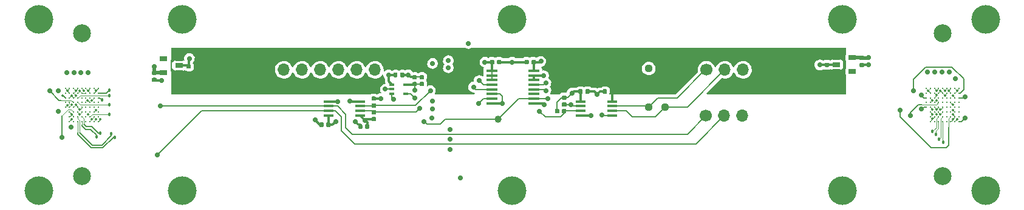
<source format=gbr>
G04 #@! TF.GenerationSoftware,KiCad,Pcbnew,5.99.0-unknown-3cd1208~100~ubuntu18.04.1*
G04 #@! TF.CreationDate,2019-09-26T13:34:41+08:00*
G04 #@! TF.ProjectId,external_camera,65787465-726e-4616-9c5f-63616d657261,rev?*
G04 #@! TF.SameCoordinates,Original*
G04 #@! TF.FileFunction,Copper,L1,Top*
G04 #@! TF.FilePolarity,Positive*
%FSLAX46Y46*%
G04 Gerber Fmt 4.6, Leading zero omitted, Abs format (unit mm)*
G04 Created by KiCad (PCBNEW 5.99.0-unknown-3cd1208~100~ubuntu18.04.1) date 2019-09-26 13:34:41*
%MOMM*%
%LPD*%
G04 APERTURE LIST*
%ADD10O,1.700000X1.700000*%
%ADD11C,1.700000*%
%ADD12R,1.450000X0.450000*%
%ADD13C,0.100000*%
%ADD14C,0.590000*%
%ADD15C,1.120000*%
%ADD16C,1.000000*%
%ADD17R,1.700000X1.700000*%
%ADD18R,1.500000X0.450000*%
%ADD19R,1.060000X0.650000*%
%ADD20R,0.650000X0.400000*%
%ADD21C,0.250000*%
%ADD22C,2.500000*%
%ADD23C,0.711200*%
%ADD24C,0.355600*%
%ADD25C,0.457200*%
%ADD26C,4.000000*%
%ADD27C,0.203200*%
%ADD28C,0.304800*%
%ADD29C,0.101600*%
%ADD30C,0.152400*%
%ADD31C,0.177800*%
%ADD32C,0.508000*%
G04 APERTURE END LIST*
D10*
X137160000Y-85090000D03*
X134620000Y-85090000D03*
D11*
X132080000Y-85090000D03*
D12*
X118940000Y-89505000D03*
X118940000Y-90155000D03*
X118940000Y-90805000D03*
X118940000Y-91455000D03*
X114540000Y-91455000D03*
X114540000Y-90805000D03*
X114540000Y-90155000D03*
X114540000Y-89505000D03*
D13*
G36*
X112478946Y-89651228D02*
G01*
X112526798Y-89683202D01*
X112558772Y-89731054D01*
X112570000Y-89787500D01*
X112570000Y-90082500D01*
X112558772Y-90138946D01*
X112526798Y-90186798D01*
X112478946Y-90218772D01*
X112422500Y-90230000D01*
X112077500Y-90230000D01*
X112021054Y-90218772D01*
X111973202Y-90186798D01*
X111941228Y-90138946D01*
X111930000Y-90082500D01*
X111930000Y-89787500D01*
X111941228Y-89731054D01*
X111973202Y-89683202D01*
X112021054Y-89651228D01*
X112077500Y-89640000D01*
X112422500Y-89640000D01*
X112478946Y-89651228D01*
X112478946Y-89651228D01*
G37*
D14*
X112250000Y-89935000D03*
D13*
G36*
X112478946Y-88681228D02*
G01*
X112526798Y-88713202D01*
X112558772Y-88761054D01*
X112570000Y-88817500D01*
X112570000Y-89112500D01*
X112558772Y-89168946D01*
X112526798Y-89216798D01*
X112478946Y-89248772D01*
X112422500Y-89260000D01*
X112077500Y-89260000D01*
X112021054Y-89248772D01*
X111973202Y-89216798D01*
X111941228Y-89168946D01*
X111930000Y-89112500D01*
X111930000Y-88817500D01*
X111941228Y-88761054D01*
X111973202Y-88713202D01*
X112021054Y-88681228D01*
X112077500Y-88670000D01*
X112422500Y-88670000D01*
X112478946Y-88681228D01*
X112478946Y-88681228D01*
G37*
D14*
X112250000Y-88965000D03*
D13*
G36*
X112438946Y-90541228D02*
G01*
X112486798Y-90573202D01*
X112518772Y-90621054D01*
X112530000Y-90677500D01*
X112530000Y-91022500D01*
X112518772Y-91078946D01*
X112486798Y-91126798D01*
X112438946Y-91158772D01*
X112382500Y-91170000D01*
X112087500Y-91170000D01*
X112031054Y-91158772D01*
X111983202Y-91126798D01*
X111951228Y-91078946D01*
X111940000Y-91022500D01*
X111940000Y-90677500D01*
X111951228Y-90621054D01*
X111983202Y-90573202D01*
X112031054Y-90541228D01*
X112087500Y-90530000D01*
X112382500Y-90530000D01*
X112438946Y-90541228D01*
X112438946Y-90541228D01*
G37*
D14*
X112235000Y-90850000D03*
D13*
G36*
X111468946Y-90541228D02*
G01*
X111516798Y-90573202D01*
X111548772Y-90621054D01*
X111560000Y-90677500D01*
X111560000Y-91022500D01*
X111548772Y-91078946D01*
X111516798Y-91126798D01*
X111468946Y-91158772D01*
X111412500Y-91170000D01*
X111117500Y-91170000D01*
X111061054Y-91158772D01*
X111013202Y-91126798D01*
X110981228Y-91078946D01*
X110970000Y-91022500D01*
X110970000Y-90677500D01*
X110981228Y-90621054D01*
X111013202Y-90573202D01*
X111061054Y-90541228D01*
X111117500Y-90530000D01*
X111412500Y-90530000D01*
X111468946Y-90541228D01*
X111468946Y-90541228D01*
G37*
D14*
X111265000Y-90850000D03*
D13*
G36*
X118118946Y-87791228D02*
G01*
X118166798Y-87823202D01*
X118198772Y-87871054D01*
X118210000Y-87927500D01*
X118210000Y-88272500D01*
X118198772Y-88328946D01*
X118166798Y-88376798D01*
X118118946Y-88408772D01*
X118062500Y-88420000D01*
X117767500Y-88420000D01*
X117711054Y-88408772D01*
X117663202Y-88376798D01*
X117631228Y-88328946D01*
X117620000Y-88272500D01*
X117620000Y-87927500D01*
X117631228Y-87871054D01*
X117663202Y-87823202D01*
X117711054Y-87791228D01*
X117767500Y-87780000D01*
X118062500Y-87780000D01*
X118118946Y-87791228D01*
X118118946Y-87791228D01*
G37*
D14*
X117915000Y-88100000D03*
D13*
G36*
X119088946Y-87791228D02*
G01*
X119136798Y-87823202D01*
X119168772Y-87871054D01*
X119180000Y-87927500D01*
X119180000Y-88272500D01*
X119168772Y-88328946D01*
X119136798Y-88376798D01*
X119088946Y-88408772D01*
X119032500Y-88420000D01*
X118737500Y-88420000D01*
X118681054Y-88408772D01*
X118633202Y-88376798D01*
X118601228Y-88328946D01*
X118590000Y-88272500D01*
X118590000Y-87927500D01*
X118601228Y-87871054D01*
X118633202Y-87823202D01*
X118681054Y-87791228D01*
X118737500Y-87780000D01*
X119032500Y-87780000D01*
X119088946Y-87791228D01*
X119088946Y-87791228D01*
G37*
D14*
X118885000Y-88100000D03*
D13*
G36*
X115688946Y-87791228D02*
G01*
X115736798Y-87823202D01*
X115768772Y-87871054D01*
X115780000Y-87927500D01*
X115780000Y-88272500D01*
X115768772Y-88328946D01*
X115736798Y-88376798D01*
X115688946Y-88408772D01*
X115632500Y-88420000D01*
X115337500Y-88420000D01*
X115281054Y-88408772D01*
X115233202Y-88376798D01*
X115201228Y-88328946D01*
X115190000Y-88272500D01*
X115190000Y-87927500D01*
X115201228Y-87871054D01*
X115233202Y-87823202D01*
X115281054Y-87791228D01*
X115337500Y-87780000D01*
X115632500Y-87780000D01*
X115688946Y-87791228D01*
X115688946Y-87791228D01*
G37*
D14*
X115485000Y-88100000D03*
D13*
G36*
X114718946Y-87791228D02*
G01*
X114766798Y-87823202D01*
X114798772Y-87871054D01*
X114810000Y-87927500D01*
X114810000Y-88272500D01*
X114798772Y-88328946D01*
X114766798Y-88376798D01*
X114718946Y-88408772D01*
X114662500Y-88420000D01*
X114367500Y-88420000D01*
X114311054Y-88408772D01*
X114263202Y-88376798D01*
X114231228Y-88328946D01*
X114220000Y-88272500D01*
X114220000Y-87927500D01*
X114231228Y-87871054D01*
X114263202Y-87823202D01*
X114311054Y-87791228D01*
X114367500Y-87780000D01*
X114662500Y-87780000D01*
X114718946Y-87791228D01*
X114718946Y-87791228D01*
G37*
D14*
X114515000Y-88100000D03*
D15*
X126267436Y-84902272D03*
X124032564Y-84902272D03*
X126267436Y-90297728D03*
X124032564Y-90297728D03*
D13*
G36*
X92628946Y-85831228D02*
G01*
X92676798Y-85863202D01*
X92708772Y-85911054D01*
X92720000Y-85967500D01*
X92720000Y-86262500D01*
X92708772Y-86318946D01*
X92676798Y-86366798D01*
X92628946Y-86398772D01*
X92572500Y-86410000D01*
X92227500Y-86410000D01*
X92171054Y-86398772D01*
X92123202Y-86366798D01*
X92091228Y-86318946D01*
X92080000Y-86262500D01*
X92080000Y-85967500D01*
X92091228Y-85911054D01*
X92123202Y-85863202D01*
X92171054Y-85831228D01*
X92227500Y-85820000D01*
X92572500Y-85820000D01*
X92628946Y-85831228D01*
X92628946Y-85831228D01*
G37*
D14*
X92400000Y-86115000D03*
D13*
G36*
X92628946Y-86801228D02*
G01*
X92676798Y-86833202D01*
X92708772Y-86881054D01*
X92720000Y-86937500D01*
X92720000Y-87232500D01*
X92708772Y-87288946D01*
X92676798Y-87336798D01*
X92628946Y-87368772D01*
X92572500Y-87380000D01*
X92227500Y-87380000D01*
X92171054Y-87368772D01*
X92123202Y-87336798D01*
X92091228Y-87288946D01*
X92080000Y-87232500D01*
X92080000Y-86937500D01*
X92091228Y-86881054D01*
X92123202Y-86833202D01*
X92171054Y-86801228D01*
X92227500Y-86790000D01*
X92572500Y-86790000D01*
X92628946Y-86801228D01*
X92628946Y-86801228D01*
G37*
D14*
X92400000Y-87085000D03*
D16*
X103000000Y-92000000D03*
D10*
X85852000Y-85090000D03*
X83312000Y-85090000D03*
X80772000Y-85090000D03*
X78232000Y-85090000D03*
X75692000Y-85090000D03*
X73152000Y-85090000D03*
D17*
X70612000Y-85090000D03*
D13*
G36*
X91628946Y-85831228D02*
G01*
X91676798Y-85863202D01*
X91708772Y-85911054D01*
X91720000Y-85967500D01*
X91720000Y-86262500D01*
X91708772Y-86318946D01*
X91676798Y-86366798D01*
X91628946Y-86398772D01*
X91572500Y-86410000D01*
X91227500Y-86410000D01*
X91171054Y-86398772D01*
X91123202Y-86366798D01*
X91091228Y-86318946D01*
X91080000Y-86262500D01*
X91080000Y-85967500D01*
X91091228Y-85911054D01*
X91123202Y-85863202D01*
X91171054Y-85831228D01*
X91227500Y-85820000D01*
X91572500Y-85820000D01*
X91628946Y-85831228D01*
X91628946Y-85831228D01*
G37*
D14*
X91400000Y-86115000D03*
D13*
G36*
X91628946Y-86801228D02*
G01*
X91676798Y-86833202D01*
X91708772Y-86881054D01*
X91720000Y-86937500D01*
X91720000Y-87232500D01*
X91708772Y-87288946D01*
X91676798Y-87336798D01*
X91628946Y-87368772D01*
X91572500Y-87380000D01*
X91227500Y-87380000D01*
X91171054Y-87368772D01*
X91123202Y-87336798D01*
X91091228Y-87288946D01*
X91080000Y-87232500D01*
X91080000Y-86937500D01*
X91091228Y-86881054D01*
X91123202Y-86833202D01*
X91171054Y-86801228D01*
X91227500Y-86790000D01*
X91572500Y-86790000D01*
X91628946Y-86801228D01*
X91628946Y-86801228D01*
G37*
D14*
X91400000Y-87085000D03*
D13*
G36*
X89888946Y-85491228D02*
G01*
X89936798Y-85523202D01*
X89968772Y-85571054D01*
X89980000Y-85627500D01*
X89980000Y-85972500D01*
X89968772Y-86028946D01*
X89936798Y-86076798D01*
X89888946Y-86108772D01*
X89832500Y-86120000D01*
X89537500Y-86120000D01*
X89481054Y-86108772D01*
X89433202Y-86076798D01*
X89401228Y-86028946D01*
X89390000Y-85972500D01*
X89390000Y-85627500D01*
X89401228Y-85571054D01*
X89433202Y-85523202D01*
X89481054Y-85491228D01*
X89537500Y-85480000D01*
X89832500Y-85480000D01*
X89888946Y-85491228D01*
X89888946Y-85491228D01*
G37*
D14*
X89685000Y-85800000D03*
D13*
G36*
X88918946Y-85491228D02*
G01*
X88966798Y-85523202D01*
X88998772Y-85571054D01*
X89010000Y-85627500D01*
X89010000Y-85972500D01*
X88998772Y-86028946D01*
X88966798Y-86076798D01*
X88918946Y-86108772D01*
X88862500Y-86120000D01*
X88567500Y-86120000D01*
X88511054Y-86108772D01*
X88463202Y-86076798D01*
X88431228Y-86028946D01*
X88420000Y-85972500D01*
X88420000Y-85627500D01*
X88431228Y-85571054D01*
X88463202Y-85523202D01*
X88511054Y-85491228D01*
X88567500Y-85480000D01*
X88862500Y-85480000D01*
X88918946Y-85491228D01*
X88918946Y-85491228D01*
G37*
D14*
X88715000Y-85800000D03*
D18*
X108050000Y-85225000D03*
X108050000Y-85875000D03*
X108050000Y-86525000D03*
X108050000Y-87175000D03*
X108050000Y-87825000D03*
X108050000Y-88475000D03*
X108050000Y-89125000D03*
X108050000Y-89775000D03*
X102150000Y-89775000D03*
X102150000Y-89125000D03*
X102150000Y-88475000D03*
X102150000Y-87825000D03*
X102150000Y-87175000D03*
X102150000Y-86525000D03*
X102150000Y-85875000D03*
X102150000Y-85225000D03*
D19*
X152400000Y-83400000D03*
X152400000Y-85300000D03*
X150200000Y-85300000D03*
X150200000Y-84350000D03*
X150200000Y-83400000D03*
X56400000Y-85450000D03*
X56400000Y-83550000D03*
X58600000Y-83550000D03*
X58600000Y-84500000D03*
X58600000Y-85450000D03*
D20*
X90150000Y-87150000D03*
X90150000Y-88450000D03*
X88250000Y-87800000D03*
X88250000Y-88450000D03*
X88250000Y-87150000D03*
D12*
X79400000Y-91475000D03*
X79400000Y-90825000D03*
X79400000Y-90175000D03*
X79400000Y-89525000D03*
X83800000Y-89525000D03*
X83800000Y-90175000D03*
X83800000Y-90825000D03*
X83800000Y-91475000D03*
D13*
G36*
X85928946Y-90731228D02*
G01*
X85976798Y-90763202D01*
X86008772Y-90811054D01*
X86020000Y-90867500D01*
X86020000Y-91162500D01*
X86008772Y-91218946D01*
X85976798Y-91266798D01*
X85928946Y-91298772D01*
X85872500Y-91310000D01*
X85527500Y-91310000D01*
X85471054Y-91298772D01*
X85423202Y-91266798D01*
X85391228Y-91218946D01*
X85380000Y-91162500D01*
X85380000Y-90867500D01*
X85391228Y-90811054D01*
X85423202Y-90763202D01*
X85471054Y-90731228D01*
X85527500Y-90720000D01*
X85872500Y-90720000D01*
X85928946Y-90731228D01*
X85928946Y-90731228D01*
G37*
D14*
X85700000Y-91015000D03*
D13*
G36*
X85928946Y-91701228D02*
G01*
X85976798Y-91733202D01*
X86008772Y-91781054D01*
X86020000Y-91837500D01*
X86020000Y-92132500D01*
X86008772Y-92188946D01*
X85976798Y-92236798D01*
X85928946Y-92268772D01*
X85872500Y-92280000D01*
X85527500Y-92280000D01*
X85471054Y-92268772D01*
X85423202Y-92236798D01*
X85391228Y-92188946D01*
X85380000Y-92132500D01*
X85380000Y-91837500D01*
X85391228Y-91781054D01*
X85423202Y-91733202D01*
X85471054Y-91701228D01*
X85527500Y-91690000D01*
X85872500Y-91690000D01*
X85928946Y-91701228D01*
X85928946Y-91701228D01*
G37*
D14*
X85700000Y-91985000D03*
D13*
G36*
X85928946Y-89801228D02*
G01*
X85976798Y-89833202D01*
X86008772Y-89881054D01*
X86020000Y-89937500D01*
X86020000Y-90232500D01*
X86008772Y-90288946D01*
X85976798Y-90336798D01*
X85928946Y-90368772D01*
X85872500Y-90380000D01*
X85527500Y-90380000D01*
X85471054Y-90368772D01*
X85423202Y-90336798D01*
X85391228Y-90288946D01*
X85380000Y-90232500D01*
X85380000Y-89937500D01*
X85391228Y-89881054D01*
X85423202Y-89833202D01*
X85471054Y-89801228D01*
X85527500Y-89790000D01*
X85872500Y-89790000D01*
X85928946Y-89801228D01*
X85928946Y-89801228D01*
G37*
D14*
X85700000Y-90085000D03*
D13*
G36*
X85928946Y-88831228D02*
G01*
X85976798Y-88863202D01*
X86008772Y-88911054D01*
X86020000Y-88967500D01*
X86020000Y-89262500D01*
X86008772Y-89318946D01*
X85976798Y-89366798D01*
X85928946Y-89398772D01*
X85872500Y-89410000D01*
X85527500Y-89410000D01*
X85471054Y-89398772D01*
X85423202Y-89366798D01*
X85391228Y-89318946D01*
X85380000Y-89262500D01*
X85380000Y-88967500D01*
X85391228Y-88911054D01*
X85423202Y-88863202D01*
X85471054Y-88831228D01*
X85527500Y-88820000D01*
X85872500Y-88820000D01*
X85928946Y-88831228D01*
X85928946Y-88831228D01*
G37*
D14*
X85700000Y-89115000D03*
D10*
X137080000Y-91500000D03*
X134540000Y-91500000D03*
D11*
X132000000Y-91500000D03*
D13*
G36*
X153978946Y-84101228D02*
G01*
X154026798Y-84133202D01*
X154058772Y-84181054D01*
X154070000Y-84237500D01*
X154070000Y-84532500D01*
X154058772Y-84588946D01*
X154026798Y-84636798D01*
X153978946Y-84668772D01*
X153922500Y-84680000D01*
X153577500Y-84680000D01*
X153521054Y-84668772D01*
X153473202Y-84636798D01*
X153441228Y-84588946D01*
X153430000Y-84532500D01*
X153430000Y-84237500D01*
X153441228Y-84181054D01*
X153473202Y-84133202D01*
X153521054Y-84101228D01*
X153577500Y-84090000D01*
X153922500Y-84090000D01*
X153978946Y-84101228D01*
X153978946Y-84101228D01*
G37*
D14*
X153750000Y-84385000D03*
D13*
G36*
X153978946Y-83131228D02*
G01*
X154026798Y-83163202D01*
X154058772Y-83211054D01*
X154070000Y-83267500D01*
X154070000Y-83562500D01*
X154058772Y-83618946D01*
X154026798Y-83666798D01*
X153978946Y-83698772D01*
X153922500Y-83710000D01*
X153577500Y-83710000D01*
X153521054Y-83698772D01*
X153473202Y-83666798D01*
X153441228Y-83618946D01*
X153430000Y-83562500D01*
X153430000Y-83267500D01*
X153441228Y-83211054D01*
X153473202Y-83163202D01*
X153521054Y-83131228D01*
X153577500Y-83120000D01*
X153922500Y-83120000D01*
X153978946Y-83131228D01*
X153978946Y-83131228D01*
G37*
D14*
X153750000Y-83415000D03*
D13*
G36*
X149093946Y-84101228D02*
G01*
X149141798Y-84133202D01*
X149173772Y-84181054D01*
X149185000Y-84237500D01*
X149185000Y-84532500D01*
X149173772Y-84588946D01*
X149141798Y-84636798D01*
X149093946Y-84668772D01*
X149037500Y-84680000D01*
X148692500Y-84680000D01*
X148636054Y-84668772D01*
X148588202Y-84636798D01*
X148556228Y-84588946D01*
X148545000Y-84532500D01*
X148545000Y-84237500D01*
X148556228Y-84181054D01*
X148588202Y-84133202D01*
X148636054Y-84101228D01*
X148692500Y-84090000D01*
X149037500Y-84090000D01*
X149093946Y-84101228D01*
X149093946Y-84101228D01*
G37*
D14*
X148865000Y-84385000D03*
D13*
G36*
X149093946Y-83131228D02*
G01*
X149141798Y-83163202D01*
X149173772Y-83211054D01*
X149185000Y-83267500D01*
X149185000Y-83562500D01*
X149173772Y-83618946D01*
X149141798Y-83666798D01*
X149093946Y-83698772D01*
X149037500Y-83710000D01*
X148692500Y-83710000D01*
X148636054Y-83698772D01*
X148588202Y-83666798D01*
X148556228Y-83618946D01*
X148545000Y-83562500D01*
X148545000Y-83267500D01*
X148556228Y-83211054D01*
X148588202Y-83163202D01*
X148636054Y-83131228D01*
X148692500Y-83120000D01*
X149037500Y-83120000D01*
X149093946Y-83131228D01*
X149093946Y-83131228D01*
G37*
D14*
X148865000Y-83415000D03*
D13*
G36*
X107218946Y-83691228D02*
G01*
X107266798Y-83723202D01*
X107298772Y-83771054D01*
X107310000Y-83827500D01*
X107310000Y-84172500D01*
X107298772Y-84228946D01*
X107266798Y-84276798D01*
X107218946Y-84308772D01*
X107162500Y-84320000D01*
X106867500Y-84320000D01*
X106811054Y-84308772D01*
X106763202Y-84276798D01*
X106731228Y-84228946D01*
X106720000Y-84172500D01*
X106720000Y-83827500D01*
X106731228Y-83771054D01*
X106763202Y-83723202D01*
X106811054Y-83691228D01*
X106867500Y-83680000D01*
X107162500Y-83680000D01*
X107218946Y-83691228D01*
X107218946Y-83691228D01*
G37*
D14*
X107015000Y-84000000D03*
D13*
G36*
X108188946Y-83691228D02*
G01*
X108236798Y-83723202D01*
X108268772Y-83771054D01*
X108280000Y-83827500D01*
X108280000Y-84172500D01*
X108268772Y-84228946D01*
X108236798Y-84276798D01*
X108188946Y-84308772D01*
X108132500Y-84320000D01*
X107837500Y-84320000D01*
X107781054Y-84308772D01*
X107733202Y-84276798D01*
X107701228Y-84228946D01*
X107690000Y-84172500D01*
X107690000Y-83827500D01*
X107701228Y-83771054D01*
X107733202Y-83723202D01*
X107781054Y-83691228D01*
X107837500Y-83680000D01*
X108132500Y-83680000D01*
X108188946Y-83691228D01*
X108188946Y-83691228D01*
G37*
D14*
X107985000Y-84000000D03*
D13*
G36*
X103388946Y-83691228D02*
G01*
X103436798Y-83723202D01*
X103468772Y-83771054D01*
X103480000Y-83827500D01*
X103480000Y-84172500D01*
X103468772Y-84228946D01*
X103436798Y-84276798D01*
X103388946Y-84308772D01*
X103332500Y-84320000D01*
X103037500Y-84320000D01*
X102981054Y-84308772D01*
X102933202Y-84276798D01*
X102901228Y-84228946D01*
X102890000Y-84172500D01*
X102890000Y-83827500D01*
X102901228Y-83771054D01*
X102933202Y-83723202D01*
X102981054Y-83691228D01*
X103037500Y-83680000D01*
X103332500Y-83680000D01*
X103388946Y-83691228D01*
X103388946Y-83691228D01*
G37*
D14*
X103185000Y-84000000D03*
D13*
G36*
X102418946Y-83691228D02*
G01*
X102466798Y-83723202D01*
X102498772Y-83771054D01*
X102510000Y-83827500D01*
X102510000Y-84172500D01*
X102498772Y-84228946D01*
X102466798Y-84276798D01*
X102418946Y-84308772D01*
X102362500Y-84320000D01*
X102067500Y-84320000D01*
X102011054Y-84308772D01*
X101963202Y-84276798D01*
X101931228Y-84228946D01*
X101920000Y-84172500D01*
X101920000Y-83827500D01*
X101931228Y-83771054D01*
X101963202Y-83723202D01*
X102011054Y-83691228D01*
X102067500Y-83680000D01*
X102362500Y-83680000D01*
X102418946Y-83691228D01*
X102418946Y-83691228D01*
G37*
D14*
X102215000Y-84000000D03*
D13*
G36*
X55328946Y-86201228D02*
G01*
X55376798Y-86233202D01*
X55408772Y-86281054D01*
X55420000Y-86337500D01*
X55420000Y-86632500D01*
X55408772Y-86688946D01*
X55376798Y-86736798D01*
X55328946Y-86768772D01*
X55272500Y-86780000D01*
X54927500Y-86780000D01*
X54871054Y-86768772D01*
X54823202Y-86736798D01*
X54791228Y-86688946D01*
X54780000Y-86632500D01*
X54780000Y-86337500D01*
X54791228Y-86281054D01*
X54823202Y-86233202D01*
X54871054Y-86201228D01*
X54927500Y-86190000D01*
X55272500Y-86190000D01*
X55328946Y-86201228D01*
X55328946Y-86201228D01*
G37*
D14*
X55100000Y-86485000D03*
D13*
G36*
X55328946Y-85231228D02*
G01*
X55376798Y-85263202D01*
X55408772Y-85311054D01*
X55420000Y-85367500D01*
X55420000Y-85662500D01*
X55408772Y-85718946D01*
X55376798Y-85766798D01*
X55328946Y-85798772D01*
X55272500Y-85810000D01*
X54927500Y-85810000D01*
X54871054Y-85798772D01*
X54823202Y-85766798D01*
X54791228Y-85718946D01*
X54780000Y-85662500D01*
X54780000Y-85367500D01*
X54791228Y-85311054D01*
X54823202Y-85263202D01*
X54871054Y-85231228D01*
X54927500Y-85220000D01*
X55272500Y-85220000D01*
X55328946Y-85231228D01*
X55328946Y-85231228D01*
G37*
D14*
X55100000Y-85515000D03*
D13*
G36*
X60128946Y-84331228D02*
G01*
X60176798Y-84363202D01*
X60208772Y-84411054D01*
X60220000Y-84467500D01*
X60220000Y-84762500D01*
X60208772Y-84818946D01*
X60176798Y-84866798D01*
X60128946Y-84898772D01*
X60072500Y-84910000D01*
X59727500Y-84910000D01*
X59671054Y-84898772D01*
X59623202Y-84866798D01*
X59591228Y-84818946D01*
X59580000Y-84762500D01*
X59580000Y-84467500D01*
X59591228Y-84411054D01*
X59623202Y-84363202D01*
X59671054Y-84331228D01*
X59727500Y-84320000D01*
X60072500Y-84320000D01*
X60128946Y-84331228D01*
X60128946Y-84331228D01*
G37*
D14*
X59900000Y-84615000D03*
D13*
G36*
X60128946Y-85301228D02*
G01*
X60176798Y-85333202D01*
X60208772Y-85381054D01*
X60220000Y-85437500D01*
X60220000Y-85732500D01*
X60208772Y-85788946D01*
X60176798Y-85836798D01*
X60128946Y-85868772D01*
X60072500Y-85880000D01*
X59727500Y-85880000D01*
X59671054Y-85868772D01*
X59623202Y-85836798D01*
X59591228Y-85788946D01*
X59580000Y-85732500D01*
X59580000Y-85437500D01*
X59591228Y-85381054D01*
X59623202Y-85333202D01*
X59671054Y-85301228D01*
X59727500Y-85290000D01*
X60072500Y-85290000D01*
X60128946Y-85301228D01*
X60128946Y-85301228D01*
G37*
D14*
X59900000Y-85585000D03*
D13*
G36*
X78618946Y-92466228D02*
G01*
X78666798Y-92498202D01*
X78698772Y-92546054D01*
X78710000Y-92602500D01*
X78710000Y-92947500D01*
X78698772Y-93003946D01*
X78666798Y-93051798D01*
X78618946Y-93083772D01*
X78562500Y-93095000D01*
X78267500Y-93095000D01*
X78211054Y-93083772D01*
X78163202Y-93051798D01*
X78131228Y-93003946D01*
X78120000Y-92947500D01*
X78120000Y-92602500D01*
X78131228Y-92546054D01*
X78163202Y-92498202D01*
X78211054Y-92466228D01*
X78267500Y-92455000D01*
X78562500Y-92455000D01*
X78618946Y-92466228D01*
X78618946Y-92466228D01*
G37*
D14*
X78415000Y-92775000D03*
D13*
G36*
X79588946Y-92466228D02*
G01*
X79636798Y-92498202D01*
X79668772Y-92546054D01*
X79680000Y-92602500D01*
X79680000Y-92947500D01*
X79668772Y-93003946D01*
X79636798Y-93051798D01*
X79588946Y-93083772D01*
X79532500Y-93095000D01*
X79237500Y-93095000D01*
X79181054Y-93083772D01*
X79133202Y-93051798D01*
X79101228Y-93003946D01*
X79090000Y-92947500D01*
X79090000Y-92602500D01*
X79101228Y-92546054D01*
X79133202Y-92498202D01*
X79181054Y-92466228D01*
X79237500Y-92455000D01*
X79532500Y-92455000D01*
X79588946Y-92466228D01*
X79588946Y-92466228D01*
G37*
D14*
X79385000Y-92775000D03*
D13*
G36*
X84018946Y-92691228D02*
G01*
X84066798Y-92723202D01*
X84098772Y-92771054D01*
X84110000Y-92827500D01*
X84110000Y-93172500D01*
X84098772Y-93228946D01*
X84066798Y-93276798D01*
X84018946Y-93308772D01*
X83962500Y-93320000D01*
X83667500Y-93320000D01*
X83611054Y-93308772D01*
X83563202Y-93276798D01*
X83531228Y-93228946D01*
X83520000Y-93172500D01*
X83520000Y-92827500D01*
X83531228Y-92771054D01*
X83563202Y-92723202D01*
X83611054Y-92691228D01*
X83667500Y-92680000D01*
X83962500Y-92680000D01*
X84018946Y-92691228D01*
X84018946Y-92691228D01*
G37*
D14*
X83815000Y-93000000D03*
D13*
G36*
X84988946Y-92691228D02*
G01*
X85036798Y-92723202D01*
X85068772Y-92771054D01*
X85080000Y-92827500D01*
X85080000Y-93172500D01*
X85068772Y-93228946D01*
X85036798Y-93276798D01*
X84988946Y-93308772D01*
X84932500Y-93320000D01*
X84637500Y-93320000D01*
X84581054Y-93308772D01*
X84533202Y-93276798D01*
X84501228Y-93228946D01*
X84490000Y-93172500D01*
X84490000Y-92827500D01*
X84501228Y-92771054D01*
X84533202Y-92723202D01*
X84581054Y-92691228D01*
X84637500Y-92680000D01*
X84932500Y-92680000D01*
X84988946Y-92691228D01*
X84988946Y-92691228D01*
G37*
D14*
X84785000Y-93000000D03*
D21*
X162720000Y-87690000D03*
X162720000Y-88350000D03*
X162720000Y-89010000D03*
X162720000Y-89670000D03*
X162720000Y-90330000D03*
X163290000Y-87690000D03*
X163290000Y-88350000D03*
X163290000Y-89010000D03*
X163290000Y-89670000D03*
X163290000Y-90330000D03*
X163290000Y-90990000D03*
X163290000Y-91650000D03*
X163290000Y-92310000D03*
X163860000Y-87690000D03*
X163860000Y-88350000D03*
X163860000Y-89010000D03*
X163860000Y-89670000D03*
X163860000Y-90330000D03*
X163860000Y-90990000D03*
X163860000Y-91650000D03*
X163860000Y-92310000D03*
X164430000Y-87690000D03*
X164430000Y-88350000D03*
X164430000Y-89010000D03*
X164430000Y-89670000D03*
X164430000Y-90330000D03*
X164430000Y-90990000D03*
X164430000Y-91650000D03*
X164430000Y-92310000D03*
X165000000Y-87690000D03*
X165000000Y-88350000D03*
X165000000Y-89010000D03*
X165000000Y-89670000D03*
X165000000Y-90330000D03*
X165000000Y-90990000D03*
X165000000Y-91650000D03*
X165000000Y-92310000D03*
X165570000Y-87690000D03*
X165570000Y-88350000D03*
X165570000Y-89010000D03*
X165570000Y-89670000D03*
X165570000Y-90330000D03*
X165570000Y-90990000D03*
X165570000Y-91650000D03*
X165570000Y-92310000D03*
X166140000Y-87690000D03*
X166140000Y-88350000D03*
X166140000Y-89010000D03*
X166140000Y-89670000D03*
X166140000Y-90330000D03*
X166140000Y-90990000D03*
X166140000Y-91650000D03*
X166140000Y-92310000D03*
X166710000Y-87690000D03*
X166710000Y-88350000D03*
X166710000Y-89010000D03*
X166710000Y-89670000D03*
X166710000Y-90330000D03*
X166710000Y-90990000D03*
X166710000Y-91650000D03*
X166710000Y-92310000D03*
X167280000Y-87690000D03*
X167280000Y-88350000D03*
X167280000Y-89010000D03*
X167280000Y-89670000D03*
X167280000Y-90330000D03*
X167280000Y-90990000D03*
X167280000Y-91650000D03*
X167280000Y-92310000D03*
X42720000Y-87690000D03*
X42720000Y-88350000D03*
X42720000Y-89010000D03*
X42720000Y-89670000D03*
X42720000Y-90330000D03*
X43290000Y-87690000D03*
X43290000Y-88350000D03*
X43290000Y-89010000D03*
X43290000Y-89670000D03*
X43290000Y-90330000D03*
X43290000Y-90990000D03*
X43290000Y-91650000D03*
X43290000Y-92310000D03*
X43860000Y-87690000D03*
X43860000Y-88350000D03*
X43860000Y-89010000D03*
X43860000Y-89670000D03*
X43860000Y-90330000D03*
X43860000Y-90990000D03*
X43860000Y-91650000D03*
X43860000Y-92310000D03*
X44430000Y-87690000D03*
X44430000Y-88350000D03*
X44430000Y-89010000D03*
X44430000Y-89670000D03*
X44430000Y-90330000D03*
X44430000Y-90990000D03*
X44430000Y-91650000D03*
X44430000Y-92310000D03*
X45000000Y-87690000D03*
X45000000Y-88350000D03*
X45000000Y-89010000D03*
X45000000Y-89670000D03*
X45000000Y-90330000D03*
X45000000Y-90990000D03*
X45000000Y-91650000D03*
X45000000Y-92310000D03*
X45570000Y-87690000D03*
X45570000Y-88350000D03*
X45570000Y-89010000D03*
X45570000Y-89670000D03*
X45570000Y-90330000D03*
X45570000Y-90990000D03*
X45570000Y-91650000D03*
X45570000Y-92310000D03*
X46140000Y-87690000D03*
X46140000Y-88350000D03*
X46140000Y-89010000D03*
X46140000Y-89670000D03*
X46140000Y-90330000D03*
X46140000Y-90990000D03*
X46140000Y-91650000D03*
X46140000Y-92310000D03*
X46710000Y-87690000D03*
X46710000Y-88350000D03*
X46710000Y-89010000D03*
X46710000Y-89670000D03*
X46710000Y-90330000D03*
X46710000Y-90990000D03*
X46710000Y-91650000D03*
X46710000Y-92310000D03*
X47280000Y-87690000D03*
X47280000Y-88350000D03*
X47280000Y-89010000D03*
X47280000Y-89670000D03*
X47280000Y-90330000D03*
X47280000Y-90990000D03*
X47280000Y-91650000D03*
X47280000Y-92310000D03*
D22*
X165000000Y-100000000D03*
X165000000Y-80000000D03*
X45000000Y-100000000D03*
X45000000Y-80000000D03*
D23*
X55500000Y-97000000D03*
X116000000Y-91500000D03*
X117500000Y-91400000D03*
X108800000Y-90900000D03*
X113200000Y-90000000D03*
X97800000Y-100200000D03*
X82400000Y-89500000D03*
X80675000Y-89525000D03*
X92100000Y-90500000D03*
X93600000Y-88000000D03*
X55925000Y-90175000D03*
X86700000Y-89100000D03*
X88500000Y-89200000D03*
X83100000Y-92300000D03*
X84512500Y-92187500D03*
X77500000Y-92100000D03*
X80400000Y-92300000D03*
X113350000Y-88350000D03*
X116850000Y-88500000D03*
X162000000Y-88650000D03*
D24*
X42350000Y-88700000D03*
D23*
X43500000Y-93100000D03*
X93850000Y-89500000D03*
X93850000Y-90550000D03*
X100300000Y-89800000D03*
X96100000Y-83800000D03*
X60000000Y-83500000D03*
X41700000Y-88000000D03*
X40500000Y-88000000D03*
D25*
X165050000Y-95250000D03*
X164500000Y-94800000D03*
X164050000Y-94150000D03*
D23*
X160500000Y-91500000D03*
X166800000Y-86300000D03*
X168100000Y-91800000D03*
D24*
X167000000Y-92000000D03*
X166400000Y-91320001D03*
X166400000Y-92000000D03*
X163600000Y-90650000D03*
X164700000Y-90650000D03*
X164150000Y-91300000D03*
X164150000Y-90650000D03*
X165300000Y-88665785D03*
D23*
X168100000Y-88900000D03*
X165900000Y-85400000D03*
X164900000Y-85400000D03*
X162900000Y-85400000D03*
D24*
X163000000Y-88000000D03*
X167000000Y-88000000D03*
X165850000Y-88000000D03*
X165299469Y-88000000D03*
X164152442Y-87997558D03*
X164700000Y-88000000D03*
D23*
X163900000Y-85400000D03*
X160900000Y-88000000D03*
X159100000Y-90700000D03*
X162000000Y-90600000D03*
X56100000Y-86600000D03*
X154700000Y-83400000D03*
X154700000Y-84400000D03*
X147900000Y-84400000D03*
X109500000Y-90000000D03*
X109400000Y-85900000D03*
X109000000Y-83900000D03*
X105000000Y-84000000D03*
X101200000Y-84000000D03*
X98900000Y-81400000D03*
X96100000Y-84800000D03*
X93900000Y-84200000D03*
X93900000Y-85300000D03*
D25*
X163600000Y-93700000D03*
D23*
X96300000Y-96200000D03*
X96300000Y-94800000D03*
X93800000Y-91800000D03*
D24*
X46400000Y-89350000D03*
X45806023Y-89341620D03*
X43550000Y-88700000D03*
X42999072Y-90049104D03*
X44700000Y-90650000D03*
X46999104Y-90699072D03*
X45300000Y-88000000D03*
X43600000Y-90000000D03*
X44150000Y-90000000D03*
X43550000Y-92000000D03*
D26*
X39000000Y-78000000D03*
X39000000Y-102000000D03*
X171000000Y-102000000D03*
X171000000Y-78000000D03*
X59000000Y-78000000D03*
X59000000Y-102000000D03*
X151000000Y-102000000D03*
X151000000Y-78000000D03*
X105000000Y-102000000D03*
X105000000Y-78000000D03*
D24*
X164150000Y-88650000D03*
X166400000Y-89950000D03*
X166409957Y-90688895D03*
X166450000Y-88700000D03*
X164700000Y-91300000D03*
X163550000Y-89350000D03*
X163554855Y-91955602D03*
X163600000Y-91300000D03*
X164150000Y-89350000D03*
D25*
X47066513Y-94433487D03*
X47533487Y-93966513D03*
X49133026Y-94066513D03*
X49600000Y-94533487D03*
D23*
X42200000Y-94500000D03*
X41700000Y-90900000D03*
D24*
X44152442Y-87997558D03*
X43000000Y-88000000D03*
D23*
X44900000Y-85500000D03*
X45900000Y-85500000D03*
X43900000Y-85500000D03*
X42900000Y-85500000D03*
D24*
X44700000Y-88000000D03*
X45850000Y-88000000D03*
X44150000Y-88700000D03*
X47000000Y-88000000D03*
X45850000Y-91300000D03*
X44700889Y-91299111D03*
X43550373Y-91299627D03*
X47000000Y-92000000D03*
X46400000Y-92000000D03*
X47600000Y-92000000D03*
D25*
X47800000Y-89300000D03*
X48850000Y-91300000D03*
X48850000Y-90000000D03*
X48850000Y-88700000D03*
X48850000Y-87900000D03*
D23*
X55100000Y-84600000D03*
X87300000Y-87800000D03*
X90500000Y-85800000D03*
X87800000Y-85800000D03*
X96300000Y-93400000D03*
X92700000Y-92300000D03*
X100400000Y-86600000D03*
X99600000Y-87500000D03*
X103600000Y-89800000D03*
X109700000Y-86900000D03*
X109700000Y-88000000D03*
X110000000Y-89100000D03*
X91400000Y-87900000D03*
X91400000Y-89000000D03*
D27*
X55500000Y-97000000D02*
X61675000Y-90825000D01*
X61675000Y-90825000D02*
X79400000Y-90825000D01*
X131910000Y-85090000D02*
X128000000Y-89000000D01*
X132080000Y-85090000D02*
X131910000Y-85090000D01*
X128000000Y-89000000D02*
X125330292Y-89000000D01*
X125330292Y-89000000D02*
X124032564Y-90297728D01*
X80328200Y-90825000D02*
X81200000Y-91696800D01*
X79400000Y-90825000D02*
X80328200Y-90825000D01*
X81200000Y-91696800D02*
X81200000Y-93600000D01*
X81200000Y-93600000D02*
X83050000Y-95450000D01*
X83050000Y-95450000D02*
X130590000Y-95450000D01*
X130590000Y-95450000D02*
X134540000Y-91500000D01*
X80675000Y-90175000D02*
X81800000Y-91300000D01*
X79400000Y-90175000D02*
X80675000Y-90175000D01*
X81800000Y-91300000D02*
X81800000Y-93200000D01*
X81800000Y-93200000D02*
X82700000Y-94100000D01*
X82700000Y-94100000D02*
X129400000Y-94100000D01*
X129400000Y-94100000D02*
X132000000Y-91500000D01*
X134620000Y-85090000D02*
X129412272Y-90297728D01*
X129412272Y-90297728D02*
X126267436Y-90297728D01*
D28*
X114540000Y-91455000D02*
X115955000Y-91455000D01*
X115955000Y-91455000D02*
X116000000Y-91500000D01*
D27*
X118940000Y-91455000D02*
X117555000Y-91455000D01*
X117555000Y-91455000D02*
X117500000Y-91400000D01*
X112235000Y-91170000D02*
X111705000Y-91700000D01*
X109600000Y-91700000D02*
X108800000Y-90900000D01*
X112235000Y-90850000D02*
X112235000Y-91170000D01*
X111705000Y-91700000D02*
X109600000Y-91700000D01*
X112250000Y-89935000D02*
X113135000Y-89935000D01*
X113135000Y-89935000D02*
X113200000Y-90000000D01*
X113355000Y-90155000D02*
X113200000Y-90000000D01*
X114540000Y-90155000D02*
X113355000Y-90155000D01*
X112235000Y-90850000D02*
X114495000Y-90850000D01*
X114495000Y-90850000D02*
X114540000Y-90805000D01*
D29*
X43860000Y-91650000D02*
X43860000Y-91609254D01*
X43860000Y-91609254D02*
X43550373Y-91299627D01*
D28*
X82425000Y-89525000D02*
X82400000Y-89500000D01*
X83800000Y-89525000D02*
X82425000Y-89525000D01*
X79400000Y-89525000D02*
X80675000Y-89525000D01*
D27*
X83800000Y-90175000D02*
X85610000Y-90175000D01*
X85610000Y-90175000D02*
X85700000Y-90085000D01*
X83800000Y-90825000D02*
X85510000Y-90825000D01*
X85510000Y-90825000D02*
X85700000Y-91015000D01*
X85700000Y-91015000D02*
X91585000Y-91015000D01*
X91585000Y-91015000D02*
X92100000Y-90500000D01*
X93600000Y-88000000D02*
X91515000Y-90085000D01*
X91515000Y-90085000D02*
X85700000Y-90085000D01*
X79400000Y-90175000D02*
X55925000Y-90175000D01*
D28*
X86685000Y-89115000D02*
X86700000Y-89100000D01*
X85700000Y-89115000D02*
X86685000Y-89115000D01*
D27*
X88250000Y-88450000D02*
X88250000Y-88950000D01*
X88250000Y-88950000D02*
X88500000Y-89200000D01*
D28*
X85700000Y-91985000D02*
X84715000Y-91985000D01*
X84715000Y-91985000D02*
X84512500Y-92187500D01*
X83600000Y-92800000D02*
X83455599Y-92655599D01*
X83455599Y-92655599D02*
X83100000Y-92300000D01*
X83815000Y-92800000D02*
X83600000Y-92800000D01*
X84512500Y-92187500D02*
X83800000Y-91475000D01*
X78175000Y-92775000D02*
X77500000Y-92100000D01*
X78415000Y-92775000D02*
X78175000Y-92775000D01*
X79925000Y-92775000D02*
X80400000Y-92300000D01*
X79385000Y-92775000D02*
X79925000Y-92775000D01*
X79385000Y-92775000D02*
X79385000Y-91490000D01*
X79385000Y-91490000D02*
X79400000Y-91475000D01*
X84785000Y-92800000D02*
X84785000Y-92460000D01*
X84785000Y-92460000D02*
X84512500Y-92187500D01*
D27*
X57750000Y-83550000D02*
X57500000Y-83800000D01*
X58600000Y-83550000D02*
X57750000Y-83550000D01*
X57500000Y-83800000D02*
X57500000Y-85200000D01*
X57500000Y-85200000D02*
X57750000Y-85450000D01*
X57750000Y-85450000D02*
X58600000Y-85450000D01*
X112250000Y-88965000D02*
X112735000Y-88965000D01*
X112735000Y-88965000D02*
X113350000Y-88350000D01*
X111265000Y-90850000D02*
X111265000Y-89630000D01*
X111265000Y-89630000D02*
X111930000Y-88965000D01*
X111930000Y-88965000D02*
X112250000Y-88965000D01*
D28*
X113600000Y-88100000D02*
X113350000Y-88350000D01*
X114515000Y-88100000D02*
X113600000Y-88100000D01*
X115485000Y-88100000D02*
X116450000Y-88100000D01*
X116450000Y-88100000D02*
X116850000Y-88500000D01*
X117250000Y-88100000D02*
X116850000Y-88500000D01*
X117915000Y-88100000D02*
X117250000Y-88100000D01*
X118940000Y-89505000D02*
X118940000Y-88155000D01*
X118940000Y-88155000D02*
X118885000Y-88100000D01*
X114540000Y-89505000D02*
X114540000Y-88125000D01*
X114540000Y-88125000D02*
X114515000Y-88100000D01*
D27*
X121750000Y-91650000D02*
X124915164Y-91650000D01*
X124915164Y-91650000D02*
X126267436Y-90297728D01*
X120905000Y-90805000D02*
X121750000Y-91650000D01*
X118940000Y-90805000D02*
X120905000Y-90805000D01*
X118940000Y-90155000D02*
X123889836Y-90155000D01*
X123889836Y-90155000D02*
X124032564Y-90297728D01*
D30*
X162720000Y-89010000D02*
X162360000Y-89010000D01*
X162360000Y-89010000D02*
X162000000Y-88650000D01*
X42410000Y-88700000D02*
X42350000Y-88700000D01*
X42720000Y-89010000D02*
X42410000Y-88700000D01*
D27*
X100300000Y-89800000D02*
X100975000Y-89125000D01*
X100975000Y-89125000D02*
X102150000Y-89125000D01*
D31*
X44430000Y-94144408D02*
X46276092Y-95990500D01*
X44430000Y-93870000D02*
X44430000Y-94144408D01*
X49402434Y-94533487D02*
X49600000Y-94533487D01*
X46276092Y-95990500D02*
X47945421Y-95990500D01*
X47945421Y-95990500D02*
X49402434Y-94533487D01*
X44722599Y-93898191D02*
X46433908Y-95609500D01*
X44722599Y-93872599D02*
X44722599Y-93898191D01*
X46433908Y-95609500D02*
X47787605Y-95609500D01*
X47787605Y-95609500D02*
X49133026Y-94264079D01*
X49133026Y-94264079D02*
X49133026Y-94066513D01*
D29*
X43050000Y-90650000D02*
X43520000Y-90650000D01*
X42200000Y-91500000D02*
X43050000Y-90650000D01*
X43520000Y-90650000D02*
X43860000Y-90990000D01*
D27*
X42200000Y-94500000D02*
X42200000Y-91500000D01*
D28*
X60000000Y-83500000D02*
X59900000Y-83600000D01*
X59900000Y-83600000D02*
X59900000Y-84615000D01*
D27*
X41850000Y-89350000D02*
X42150000Y-89350000D01*
X40500000Y-88000000D02*
X41850000Y-89350000D01*
D30*
X160500000Y-91100000D02*
X161650000Y-89950000D01*
X160500000Y-91500000D02*
X160500000Y-91100000D01*
X161650000Y-89950000D02*
X162100000Y-89950000D01*
D27*
X159100000Y-91700000D02*
X163400000Y-96000000D01*
X165862599Y-95637401D02*
X165862599Y-93062599D01*
X159100000Y-90700000D02*
X159100000Y-91700000D01*
X163400000Y-96000000D02*
X165500000Y-96000000D01*
X165500000Y-96000000D02*
X165862599Y-95637401D01*
D29*
X164100000Y-94100000D02*
X164100000Y-93600000D01*
X164050000Y-94150000D02*
X164100000Y-94100000D01*
X164100000Y-93600000D02*
X164430000Y-93270000D01*
X164430000Y-93270000D02*
X164430000Y-92310000D01*
X164722599Y-94577401D02*
X164722599Y-91927401D01*
X164500000Y-94800000D02*
X164722599Y-94577401D01*
X164722599Y-91927401D02*
X165000000Y-91650000D01*
X165050000Y-95250000D02*
X165000000Y-95200000D01*
X165000000Y-95200000D02*
X165000000Y-92310000D01*
D27*
X160900000Y-86400000D02*
X162600000Y-84700000D01*
X160900000Y-88000000D02*
X160900000Y-86400000D01*
X166300000Y-84700000D02*
X167950000Y-86350000D01*
X162600000Y-84700000D02*
X166300000Y-84700000D01*
D29*
X166710000Y-88350000D02*
X167000000Y-88060000D01*
X167000000Y-88060000D02*
X167000000Y-88000000D01*
D30*
X167590000Y-92310000D02*
X167280000Y-92310000D01*
X168100000Y-91800000D02*
X167590000Y-92310000D01*
D29*
X167000000Y-92000000D02*
X166710000Y-92290000D01*
X166710000Y-92290000D02*
X166710000Y-92310000D01*
X166710000Y-91650000D02*
X166710000Y-91630001D01*
X166710000Y-91630001D02*
X166400000Y-91320001D01*
X166140000Y-92310000D02*
X166400000Y-92050000D01*
X166400000Y-92050000D02*
X166400000Y-92000000D01*
X166710000Y-91690000D02*
X166710000Y-91650000D01*
X166400000Y-92000000D02*
X166710000Y-91690000D01*
X163860000Y-90990000D02*
X164150000Y-91280000D01*
X164150000Y-91280000D02*
X164150000Y-91300000D01*
X164430000Y-90330000D02*
X164700000Y-90600000D01*
X164700000Y-90600000D02*
X164700000Y-90650000D01*
X164430000Y-90330000D02*
X164150000Y-90610000D01*
X164150000Y-90610000D02*
X164150000Y-90650000D01*
X163860000Y-90330000D02*
X164150000Y-90620000D01*
X164150000Y-90620000D02*
X164150000Y-90650000D01*
X163600000Y-90650000D02*
X163290000Y-90340000D01*
X163290000Y-90340000D02*
X163290000Y-90330000D01*
X164700000Y-90650000D02*
X165000000Y-90350000D01*
X165000000Y-90350000D02*
X165000000Y-90330000D01*
X165000000Y-88350000D02*
X165000000Y-88365785D01*
X165000000Y-88365785D02*
X165300000Y-88665785D01*
X165300000Y-88620000D02*
X165570000Y-88350000D01*
X165300000Y-88665785D02*
X165300000Y-88620000D01*
D30*
X167990000Y-89010000D02*
X167280000Y-89010000D01*
X168100000Y-88900000D02*
X167990000Y-89010000D01*
D29*
X163290000Y-88350000D02*
X163290000Y-88290000D01*
X163290000Y-88290000D02*
X163000000Y-88000000D01*
X163290000Y-87690000D02*
X163000000Y-87980000D01*
X163000000Y-87980000D02*
X163000000Y-88000000D01*
X162720000Y-87690000D02*
X163000000Y-87970000D01*
X163000000Y-87970000D02*
X163000000Y-88000000D01*
X167280000Y-87690000D02*
X167000000Y-87970000D01*
X167000000Y-87970000D02*
X167000000Y-88000000D01*
X166710000Y-87690000D02*
X167000000Y-87980000D01*
X167000000Y-87980000D02*
X167000000Y-88000000D01*
X166140000Y-88350000D02*
X166140000Y-88290000D01*
X166140000Y-88290000D02*
X165850000Y-88000000D01*
X165570000Y-87690000D02*
X165850000Y-87970000D01*
X165850000Y-87970000D02*
X165850000Y-88000000D01*
X166140000Y-87690000D02*
X166140000Y-87710000D01*
X166140000Y-87710000D02*
X165850000Y-88000000D01*
X165570000Y-87690000D02*
X165299469Y-87960531D01*
X165299469Y-87960531D02*
X165299469Y-88000000D01*
X165000000Y-87690000D02*
X165000000Y-87700531D01*
X165000000Y-87700531D02*
X165299469Y-88000000D01*
X164152442Y-87997558D02*
X164430000Y-87720000D01*
X164430000Y-87720000D02*
X164430000Y-87690000D01*
X164152442Y-87997558D02*
X163860000Y-87705116D01*
X163860000Y-87705116D02*
X163860000Y-87690000D01*
X165000000Y-88300000D02*
X165000000Y-88350000D01*
X164700000Y-88000000D02*
X165000000Y-88300000D01*
X164700000Y-88000000D02*
X164700000Y-88080000D01*
X164700000Y-88080000D02*
X164430000Y-88350000D01*
D30*
X162100000Y-90600000D02*
X162370000Y-90330000D01*
X162000000Y-90600000D02*
X162100000Y-90600000D01*
X162370000Y-90330000D02*
X162720000Y-90330000D01*
D28*
X58600000Y-84500000D02*
X59785000Y-84500000D01*
X59785000Y-84500000D02*
X59900000Y-84615000D01*
X154685000Y-83415000D02*
X154700000Y-83400000D01*
D32*
X153750000Y-83415000D02*
X154685000Y-83415000D01*
X152400000Y-83400000D02*
X153735000Y-83400000D01*
D28*
X153735000Y-83400000D02*
X153750000Y-83415000D01*
X154685000Y-84385000D02*
X154700000Y-84400000D01*
X153750000Y-84385000D02*
X154685000Y-84385000D01*
X147915000Y-84385000D02*
X147900000Y-84400000D01*
X148865000Y-84385000D02*
X147915000Y-84385000D01*
X150200000Y-84350000D02*
X148900000Y-84350000D01*
X148900000Y-84350000D02*
X148865000Y-84385000D01*
X109275000Y-89775000D02*
X109500000Y-90000000D01*
X108050000Y-89775000D02*
X109275000Y-89775000D01*
X109375000Y-85875000D02*
X109400000Y-85900000D01*
X108050000Y-85875000D02*
X109375000Y-85875000D01*
X108050000Y-86525000D02*
X108050000Y-85875000D01*
X108900000Y-84000000D02*
X109000000Y-83900000D01*
X107985000Y-84000000D02*
X108900000Y-84000000D01*
X108050000Y-85225000D02*
X108050000Y-84065000D01*
X108050000Y-84065000D02*
X107985000Y-84000000D01*
X107015000Y-84000000D02*
X105000000Y-84000000D01*
X103185000Y-84000000D02*
X105000000Y-84000000D01*
X102215000Y-84000000D02*
X101200000Y-84000000D01*
X102150000Y-85225000D02*
X102150000Y-84065000D01*
X102150000Y-84065000D02*
X102215000Y-84000000D01*
D27*
X102150000Y-85875000D02*
X102150000Y-85225000D01*
X102150000Y-86525000D02*
X102150000Y-85875000D01*
D28*
X90150000Y-87150000D02*
X91335000Y-87150000D01*
X91335000Y-87150000D02*
X91400000Y-87085000D01*
D29*
X164152599Y-91927401D02*
X164152599Y-93147401D01*
X164152599Y-93147401D02*
X163828599Y-93471401D01*
X163828599Y-93471401D02*
X163600000Y-93700000D01*
X164430000Y-91650000D02*
X164152599Y-91927401D01*
X43860000Y-89010000D02*
X43550000Y-88700000D01*
X46710000Y-89040000D02*
X46400000Y-89350000D01*
X46710000Y-89010000D02*
X46710000Y-89040000D01*
X46134403Y-89670000D02*
X45806023Y-89341620D01*
X46140000Y-89670000D02*
X46134403Y-89670000D01*
X43540000Y-89350000D02*
X42150000Y-89350000D01*
X43860000Y-89670000D02*
X43540000Y-89350000D01*
X43290000Y-89670000D02*
X43290000Y-89758176D01*
X43290000Y-89758176D02*
X42999072Y-90049104D01*
X43290000Y-88960000D02*
X43550000Y-88700000D01*
X43290000Y-89010000D02*
X43290000Y-88960000D01*
X42720000Y-90328176D02*
X42999072Y-90049104D01*
X42720000Y-90330000D02*
X42720000Y-90328176D01*
X45000000Y-90330000D02*
X45000000Y-90350000D01*
X45000000Y-90350000D02*
X44700000Y-90650000D01*
X44430000Y-90380000D02*
X44700000Y-90650000D01*
X44430000Y-90330000D02*
X44430000Y-90380000D01*
X46710000Y-90988176D02*
X46999104Y-90699072D01*
X46710000Y-90990000D02*
X46710000Y-90988176D01*
X45570000Y-88350000D02*
X45000000Y-88350000D01*
X45000000Y-87700000D02*
X45300000Y-88000000D01*
X45000000Y-87690000D02*
X45000000Y-87700000D01*
X43290000Y-90310000D02*
X43600000Y-90000000D01*
X43290000Y-90330000D02*
X43290000Y-90310000D01*
X43860000Y-90290000D02*
X44150000Y-90000000D01*
X43860000Y-90330000D02*
X43860000Y-90290000D01*
X43290000Y-92260000D02*
X43550000Y-92000000D01*
X43290000Y-92310000D02*
X43290000Y-92260000D01*
X45000000Y-92310000D02*
X45000000Y-92750000D01*
X45292599Y-91942599D02*
X45292599Y-92642599D01*
X45000000Y-91650000D02*
X45292599Y-91942599D01*
X44430000Y-93750000D02*
X44430000Y-93870000D01*
X44430000Y-92310000D02*
X44430000Y-93750000D01*
X44430000Y-91899446D02*
X44722599Y-92192045D01*
X44430000Y-91650000D02*
X44430000Y-91899446D01*
X44722599Y-92192045D02*
X44722599Y-93750000D01*
X163290000Y-87690000D02*
X163290000Y-87705115D01*
X163290000Y-88350000D02*
X163286987Y-88350000D01*
X166710000Y-88350000D02*
X166710000Y-88340000D01*
X166140000Y-87690000D02*
X166140000Y-87705115D01*
X166140000Y-88350000D02*
X166136987Y-88350000D01*
X163860000Y-88350000D02*
X163860000Y-88360000D01*
X163860000Y-88360000D02*
X164150000Y-88650000D01*
X163860000Y-88940000D02*
X164150000Y-88650000D01*
X163860000Y-89010000D02*
X163860000Y-88940000D01*
X166140000Y-89670000D02*
X166140000Y-89690000D01*
X166140000Y-89690000D02*
X166400000Y-89950000D01*
X166710000Y-90990000D02*
X166710000Y-90988938D01*
X166710000Y-90988938D02*
X166409957Y-90688895D01*
X166710000Y-91650000D02*
X166703752Y-91650000D01*
X164430000Y-90330000D02*
X164420000Y-90330000D01*
X166710000Y-89010000D02*
X166710000Y-88960000D01*
X166710000Y-88960000D02*
X166450000Y-88700000D01*
X164430000Y-90990000D02*
X164430000Y-91030000D01*
X164430000Y-91030000D02*
X164700000Y-91300000D01*
X165000000Y-91000000D02*
X164700000Y-91300000D01*
X165000000Y-90990000D02*
X165000000Y-91000000D01*
X163290000Y-89610000D02*
X163550000Y-89350000D01*
X163290000Y-89090000D02*
X163550000Y-89350000D01*
X163290000Y-89670000D02*
X163290000Y-89610000D01*
X163290000Y-89010000D02*
X163290000Y-89090000D01*
X163860000Y-91650457D02*
X163554855Y-91955602D01*
X163290000Y-92310000D02*
X163290000Y-92220457D01*
X163290000Y-92220457D02*
X163554855Y-91955602D01*
X163860000Y-91650000D02*
X163860000Y-91650457D01*
X163290000Y-91650000D02*
X163290000Y-91610000D01*
X163290000Y-90990000D02*
X163600000Y-91300000D01*
X163290000Y-91610000D02*
X163600000Y-91300000D01*
X163860000Y-90990000D02*
X163864265Y-90990000D01*
X163860000Y-89670000D02*
X163860000Y-89640000D01*
X163860000Y-89640000D02*
X164150000Y-89350000D01*
D30*
X167950000Y-87850000D02*
X167950000Y-86350000D01*
X167280000Y-88350000D02*
X167450000Y-88350000D01*
X167450000Y-88350000D02*
X167950000Y-87850000D01*
D29*
X165862599Y-91927401D02*
X165862599Y-93062599D01*
X166140000Y-91650000D02*
X165862599Y-91927401D01*
X164430000Y-89670000D02*
X164150000Y-89950000D01*
X164150000Y-89950000D02*
X162100000Y-89950000D01*
X44722599Y-93777401D02*
X44722599Y-93872599D01*
X44722599Y-93750000D02*
X44722599Y-93777401D01*
D31*
X47335921Y-93966513D02*
X47533487Y-93966513D01*
X45600000Y-93000000D02*
X46369408Y-93000000D01*
X45292599Y-92692599D02*
X45600000Y-93000000D01*
X45292599Y-92642599D02*
X45292599Y-92692599D01*
X46369408Y-93000000D02*
X47335921Y-93966513D01*
D29*
X44152442Y-88057558D02*
X43860000Y-88350000D01*
X43860000Y-87705116D02*
X43860000Y-87690000D01*
X44152442Y-87997558D02*
X44430000Y-87720000D01*
X44152442Y-87997558D02*
X43860000Y-87705116D01*
X44430000Y-87720000D02*
X44430000Y-87690000D01*
X44152442Y-87997558D02*
X44152442Y-88057558D01*
X43290000Y-88340000D02*
X43290000Y-88350000D01*
X43000000Y-88060000D02*
X43290000Y-88350000D01*
X43000000Y-88000000D02*
X43000000Y-88060000D01*
X43290000Y-87710000D02*
X43000000Y-88000000D01*
X43290000Y-87690000D02*
X43290000Y-87710000D01*
X42720000Y-87720000D02*
X43000000Y-88000000D01*
X42720000Y-87690000D02*
X42720000Y-87720000D01*
X44700000Y-88080000D02*
X44430000Y-88350000D01*
X44700000Y-88000000D02*
X44700000Y-88080000D01*
X44700000Y-88050000D02*
X44700000Y-88000000D01*
X45000000Y-88350000D02*
X44700000Y-88050000D01*
X46140000Y-87710000D02*
X46140000Y-87690000D01*
X45570000Y-87720000D02*
X45570000Y-87690000D01*
X45850000Y-88000000D02*
X46140000Y-87710000D01*
X46140000Y-88290000D02*
X46140000Y-88350000D01*
X45850000Y-88000000D02*
X45570000Y-87720000D01*
X45850000Y-88000000D02*
X46140000Y-88290000D01*
X44100000Y-88770000D02*
X43860000Y-89010000D01*
X44100000Y-88590000D02*
X43860000Y-88350000D01*
X47000000Y-88060000D02*
X46710000Y-88350000D01*
X47000000Y-88000000D02*
X47000000Y-88060000D01*
X47000000Y-87980000D02*
X46710000Y-87690000D01*
X47000000Y-88000000D02*
X47000000Y-87980000D01*
X47000000Y-87970000D02*
X47280000Y-87690000D01*
X47000000Y-88000000D02*
X47000000Y-87970000D01*
X44700889Y-91299111D02*
X45000000Y-91000000D01*
X44700889Y-91299111D02*
X44430000Y-91028222D01*
X44430000Y-91028222D02*
X44430000Y-90990000D01*
X45000000Y-91000000D02*
X45000000Y-90990000D01*
X43550373Y-91389627D02*
X43290000Y-91650000D01*
X43550373Y-91299627D02*
X43550373Y-91389627D01*
X43550373Y-91250373D02*
X43290000Y-90990000D01*
X43550373Y-91299627D02*
X43550373Y-91250373D01*
X47000000Y-92000000D02*
X46710000Y-92290000D01*
X46710000Y-92290000D02*
X46710000Y-92310000D01*
X46400000Y-92000000D02*
X46710000Y-91690000D01*
X46400000Y-92000000D02*
X46140000Y-92260000D01*
X46710000Y-91690000D02*
X46710000Y-91650000D01*
X46140000Y-92260000D02*
X46140000Y-92310000D01*
X47590000Y-92000000D02*
X47280000Y-92310000D01*
X47600000Y-92000000D02*
X47590000Y-92000000D01*
D30*
X47800000Y-89300000D02*
X47510000Y-89010000D01*
X47510000Y-89010000D02*
X47280000Y-89010000D01*
D29*
X44430000Y-90280000D02*
X44150000Y-90000000D01*
X44430000Y-90330000D02*
X44430000Y-90280000D01*
X46490000Y-91300000D02*
X46140000Y-91650000D01*
X48850000Y-91300000D02*
X46490000Y-91300000D01*
X44760000Y-90000000D02*
X44430000Y-89670000D01*
X48850000Y-90000000D02*
X44760000Y-90000000D01*
X44740000Y-88700000D02*
X44430000Y-89010000D01*
X48850000Y-88700000D02*
X44740000Y-88700000D01*
D30*
X48400000Y-88350000D02*
X47280000Y-88350000D01*
X48850000Y-87900000D02*
X48400000Y-88350000D01*
D28*
X55315000Y-86600000D02*
X56100000Y-86600000D01*
X55100000Y-86385000D02*
X55315000Y-86600000D01*
D32*
X55135000Y-85450000D02*
X56400000Y-85450000D01*
X55100000Y-84600000D02*
X55100000Y-85415000D01*
D28*
X55100000Y-85415000D02*
X55135000Y-85450000D01*
D27*
X87300000Y-87800000D02*
X88250000Y-87800000D01*
D28*
X90500000Y-85800000D02*
X90815000Y-86115000D01*
X90815000Y-86115000D02*
X91400000Y-86115000D01*
X89685000Y-85800000D02*
X90500000Y-85800000D01*
X88715000Y-85800000D02*
X87800000Y-85800000D01*
X87800000Y-86700000D02*
X88250000Y-87150000D01*
X87800000Y-85800000D02*
X87800000Y-86700000D01*
D27*
X100975000Y-87175000D02*
X102150000Y-87175000D01*
X100400000Y-86600000D02*
X100975000Y-87175000D01*
X99925000Y-87825000D02*
X102150000Y-87825000D01*
X99600000Y-87500000D02*
X99925000Y-87825000D01*
X103275000Y-88475000D02*
X102150000Y-88475000D01*
D28*
X103600000Y-89800000D02*
X102175000Y-89800000D01*
D27*
X103600000Y-89800000D02*
X103600000Y-88800000D01*
D28*
X102175000Y-89800000D02*
X102150000Y-89775000D01*
D27*
X103600000Y-88800000D02*
X103275000Y-88475000D01*
X109700000Y-86900000D02*
X109400000Y-87200000D01*
X109400000Y-87200000D02*
X108075000Y-87200000D01*
X109525000Y-87825000D02*
X108050000Y-87825000D01*
X109700000Y-88000000D02*
X109525000Y-87825000D01*
X93100000Y-92700000D02*
X92700000Y-92300000D01*
X94950000Y-92700000D02*
X93100000Y-92700000D01*
X95650000Y-92000000D02*
X94950000Y-92700000D01*
X103060900Y-92000000D02*
X95650000Y-92000000D01*
X108050000Y-89125000D02*
X105935900Y-89125000D01*
X105935900Y-89125000D02*
X103060900Y-92000000D01*
X109975000Y-89125000D02*
X108050000Y-89125000D01*
X110000000Y-89100000D02*
X109975000Y-89125000D01*
X150200000Y-85300000D02*
X150900000Y-85300000D01*
X150900000Y-85300000D02*
X151300000Y-84900000D01*
X151300000Y-84900000D02*
X151300000Y-83800000D01*
X150900000Y-83400000D02*
X150200000Y-83400000D01*
X151300000Y-83800000D02*
X150900000Y-83400000D01*
D31*
X45500000Y-93400000D02*
X45000000Y-92900000D01*
X46230592Y-93400000D02*
X45500000Y-93400000D01*
X45000000Y-92900000D02*
X45000000Y-92750000D01*
X47066513Y-94433487D02*
X47066513Y-94235921D01*
X47066513Y-94235921D02*
X46230592Y-93400000D01*
D27*
X91400000Y-87900000D02*
X91400000Y-87085000D01*
X90850000Y-88450000D02*
X90150000Y-88450000D01*
X91400000Y-89000000D02*
X90850000Y-88450000D01*
X91400000Y-87085000D02*
X92400000Y-87085000D01*
X91400000Y-86115000D02*
X92400000Y-86115000D01*
D13*
G36*
X98677462Y-82110120D02*
G01*
X98885718Y-82144037D01*
X99095112Y-82118141D01*
X99288832Y-82034512D01*
X99330476Y-82000000D01*
X151500000Y-82000000D01*
X151500000Y-82982175D01*
X151481536Y-83075000D01*
X151481536Y-83725000D01*
X151500000Y-83817825D01*
X151500000Y-84882175D01*
X151481536Y-84975000D01*
X151481536Y-85625000D01*
X151500000Y-85717825D01*
X151500000Y-88500000D01*
X132112497Y-88500000D01*
X132048061Y-88344436D01*
X134160417Y-86232081D01*
X134262766Y-86273224D01*
X134586306Y-86321000D01*
X134675745Y-86321000D01*
X134838872Y-86306442D01*
X135050825Y-86248458D01*
X135249165Y-86153855D01*
X135427609Y-86025629D01*
X135580532Y-85867825D01*
X135703094Y-85685432D01*
X135809108Y-85443926D01*
X135983962Y-85454008D01*
X136015648Y-85557002D01*
X136116432Y-85752268D01*
X136250204Y-85926603D01*
X136412733Y-86074493D01*
X136598878Y-86191262D01*
X136802764Y-86273224D01*
X137126306Y-86321000D01*
X137215745Y-86321000D01*
X137378872Y-86306442D01*
X137590825Y-86248458D01*
X137789165Y-86153855D01*
X137967609Y-86025629D01*
X138120532Y-85867825D01*
X138243094Y-85685432D01*
X138331416Y-85484230D01*
X138382716Y-85270552D01*
X138395365Y-85051175D01*
X138368966Y-84833029D01*
X138304353Y-84622999D01*
X138238725Y-84495846D01*
X147162024Y-84495846D01*
X147218588Y-84699120D01*
X147329929Y-84878344D01*
X147487099Y-85019119D01*
X147677462Y-85110120D01*
X147885718Y-85144037D01*
X148095112Y-85118141D01*
X148288830Y-85034513D01*
X148378385Y-84960295D01*
X148520561Y-85037235D01*
X148694543Y-85066268D01*
X149035464Y-85066268D01*
X149166992Y-85049873D01*
X149395346Y-84949707D01*
X149521340Y-85033893D01*
X149670001Y-85063464D01*
X150729999Y-85063464D01*
X150878661Y-85033893D01*
X151004686Y-84949686D01*
X151088893Y-84823661D01*
X151118464Y-84674999D01*
X151118464Y-84025001D01*
X151088893Y-83876339D01*
X151004686Y-83750314D01*
X150878661Y-83666107D01*
X150729999Y-83636536D01*
X149670001Y-83636536D01*
X149521341Y-83666107D01*
X149326647Y-83796195D01*
X149209438Y-83732764D01*
X149035457Y-83703732D01*
X148694536Y-83703732D01*
X148563009Y-83720127D01*
X148368830Y-83805301D01*
X148113848Y-83687213D01*
X147905194Y-83655844D01*
X147696127Y-83684297D01*
X147503447Y-83770285D01*
X147342647Y-83906895D01*
X147226651Y-84083146D01*
X147164786Y-84284869D01*
X147162024Y-84495846D01*
X138238725Y-84495846D01*
X138203568Y-84427732D01*
X138069796Y-84253397D01*
X137907267Y-84105507D01*
X137721122Y-83988738D01*
X137517236Y-83906776D01*
X137193694Y-83859000D01*
X137104255Y-83859000D01*
X136941128Y-83873558D01*
X136729175Y-83931542D01*
X136530835Y-84026145D01*
X136352391Y-84154371D01*
X136199468Y-84312175D01*
X136076906Y-84494568D01*
X135970892Y-84736074D01*
X135796038Y-84725992D01*
X135764352Y-84622998D01*
X135663568Y-84427732D01*
X135529796Y-84253397D01*
X135367267Y-84105507D01*
X135181122Y-83988738D01*
X134977236Y-83906776D01*
X134653694Y-83859000D01*
X134564255Y-83859000D01*
X134401128Y-83873558D01*
X134189175Y-83931542D01*
X133990835Y-84026145D01*
X133812391Y-84154371D01*
X133659468Y-84312175D01*
X133536906Y-84494568D01*
X133430281Y-84737467D01*
X133260535Y-84732577D01*
X133195572Y-84557897D01*
X133083714Y-84368758D01*
X132940133Y-84202415D01*
X132769359Y-84064127D01*
X132576796Y-83958264D01*
X132368530Y-83888174D01*
X132151151Y-83856074D01*
X131931515Y-83862977D01*
X131716574Y-83908664D01*
X131513118Y-83991693D01*
X131327585Y-84109435D01*
X131165835Y-84258171D01*
X131032977Y-84433205D01*
X130933218Y-84628995D01*
X130869704Y-84839360D01*
X130844449Y-85057648D01*
X130858246Y-85276952D01*
X130894194Y-85423308D01*
X127817503Y-88500000D01*
X118557963Y-88500000D01*
X118596268Y-88270462D01*
X118596268Y-87929536D01*
X118579873Y-87798008D01*
X118509021Y-87636482D01*
X118389559Y-87506711D01*
X118234438Y-87422764D01*
X118060457Y-87393732D01*
X117769536Y-87393732D01*
X117638008Y-87410127D01*
X117476481Y-87480980D01*
X117383472Y-87566600D01*
X117306938Y-87566600D01*
X117275473Y-87559826D01*
X117218237Y-87566600D01*
X117205692Y-87566600D01*
X117174825Y-87571738D01*
X117099123Y-87580698D01*
X117090561Y-87585762D01*
X117074835Y-87588380D01*
X116830137Y-87720412D01*
X116710518Y-87626114D01*
X116700880Y-87623639D01*
X116687909Y-87614370D01*
X116517776Y-87563490D01*
X116438612Y-87566600D01*
X116014690Y-87566600D01*
X115959562Y-87506714D01*
X115804437Y-87422764D01*
X115630457Y-87393732D01*
X115339536Y-87393732D01*
X115208008Y-87410127D01*
X114988782Y-87506290D01*
X114834438Y-87422764D01*
X114660457Y-87393732D01*
X114369536Y-87393732D01*
X114238008Y-87410127D01*
X114076481Y-87480980D01*
X113983472Y-87566600D01*
X113656939Y-87566600D01*
X113625473Y-87559826D01*
X113568237Y-87566600D01*
X113555692Y-87566600D01*
X113524825Y-87571738D01*
X113449123Y-87580698D01*
X113440561Y-87585762D01*
X113424835Y-87588380D01*
X113384344Y-87610228D01*
X113355192Y-87605844D01*
X113146127Y-87634297D01*
X112953447Y-87720285D01*
X112792647Y-87856895D01*
X112676651Y-88033146D01*
X112591070Y-88312202D01*
X112420457Y-88283732D01*
X112079536Y-88283732D01*
X111948008Y-88300127D01*
X111786481Y-88370980D01*
X111646327Y-88500000D01*
X110313428Y-88500000D01*
X110433753Y-88124103D01*
X110436751Y-87895145D01*
X110377708Y-87692580D01*
X110220222Y-87445848D01*
X110369428Y-87225057D01*
X110433753Y-87024103D01*
X110436751Y-86795145D01*
X110377707Y-86592577D01*
X110264186Y-86414726D01*
X110064556Y-86240273D01*
X110133753Y-86024103D01*
X110136751Y-85795145D01*
X110077707Y-85592577D01*
X109964186Y-85414726D01*
X109805307Y-85275883D01*
X109613846Y-85187213D01*
X109405194Y-85155844D01*
X109188464Y-85185340D01*
X109188464Y-85000001D01*
X109158893Y-84851340D01*
X109126842Y-84803371D01*
X123091564Y-84803371D01*
X123091564Y-85001173D01*
X123132691Y-85194660D01*
X123213146Y-85375365D01*
X123329414Y-85535394D01*
X123476410Y-85667750D01*
X123647717Y-85766653D01*
X123835839Y-85827778D01*
X124032564Y-85848455D01*
X124229289Y-85827778D01*
X124417411Y-85766653D01*
X124588718Y-85667750D01*
X124735714Y-85535394D01*
X124851982Y-85375365D01*
X124932437Y-85194660D01*
X124973564Y-85001173D01*
X124973564Y-84803371D01*
X124932437Y-84609884D01*
X124851982Y-84429179D01*
X124735714Y-84269150D01*
X124588718Y-84136794D01*
X124417411Y-84037891D01*
X124229289Y-83976766D01*
X124032564Y-83956089D01*
X123835839Y-83976766D01*
X123647717Y-84037891D01*
X123476410Y-84136794D01*
X123329414Y-84269150D01*
X123213146Y-84429179D01*
X123132691Y-84609884D01*
X123091564Y-84803371D01*
X109126842Y-84803371D01*
X109046069Y-84682483D01*
X109388829Y-84534514D01*
X109551289Y-84399876D01*
X109669428Y-84225057D01*
X109733753Y-84024103D01*
X109736751Y-83795145D01*
X109677707Y-83592577D01*
X109564186Y-83414726D01*
X109405307Y-83275883D01*
X109213846Y-83187213D01*
X109005194Y-83155844D01*
X108796127Y-83184297D01*
X108603449Y-83270284D01*
X108449360Y-83401192D01*
X108304438Y-83322764D01*
X108130457Y-83293732D01*
X107839536Y-83293732D01*
X107708008Y-83310127D01*
X107488782Y-83406290D01*
X107334438Y-83322764D01*
X107160457Y-83293732D01*
X106869536Y-83293732D01*
X106738008Y-83310127D01*
X106576481Y-83380980D01*
X106483472Y-83466600D01*
X105509114Y-83466600D01*
X105405306Y-83375883D01*
X105213846Y-83287213D01*
X105005194Y-83255844D01*
X104796127Y-83284297D01*
X104603447Y-83370285D01*
X104490078Y-83466600D01*
X103714690Y-83466600D01*
X103659562Y-83406714D01*
X103504437Y-83322764D01*
X103330457Y-83293732D01*
X103039536Y-83293732D01*
X102908008Y-83310127D01*
X102688782Y-83406290D01*
X102534438Y-83322764D01*
X102360457Y-83293732D01*
X102069536Y-83293732D01*
X101938008Y-83310127D01*
X101776482Y-83380980D01*
X101695958Y-83455107D01*
X101605306Y-83375883D01*
X101413846Y-83287213D01*
X101205194Y-83255844D01*
X100996127Y-83284297D01*
X100803447Y-83370285D01*
X100642647Y-83506895D01*
X100526651Y-83683146D01*
X100464786Y-83884869D01*
X100462024Y-84095846D01*
X100518588Y-84299120D01*
X100629929Y-84478344D01*
X100787099Y-84619119D01*
X101061232Y-84750167D01*
X101011536Y-85000001D01*
X101011536Y-85449999D01*
X101031428Y-85550000D01*
X101011536Y-85650001D01*
X101011536Y-85959825D01*
X100863737Y-86026946D01*
X100805306Y-85975883D01*
X100613846Y-85887213D01*
X100405194Y-85855844D01*
X100196127Y-85884297D01*
X100003447Y-85970285D01*
X99842647Y-86106895D01*
X99726651Y-86283146D01*
X99664786Y-86484869D01*
X99661339Y-86748204D01*
X99396127Y-86784297D01*
X99203447Y-86870285D01*
X99042647Y-87006895D01*
X98926651Y-87183146D01*
X98864786Y-87384869D01*
X98862024Y-87595846D01*
X98918588Y-87799120D01*
X99029929Y-87978344D01*
X99187099Y-88119119D01*
X99377462Y-88210120D01*
X99585716Y-88244037D01*
X99667597Y-88233909D01*
X99795944Y-88323777D01*
X99740382Y-88500000D01*
X94213430Y-88500000D01*
X94333753Y-88124105D01*
X94336751Y-87895145D01*
X94277707Y-87692577D01*
X94164186Y-87514726D01*
X94005307Y-87375883D01*
X93813846Y-87287213D01*
X93605194Y-87255844D01*
X93396127Y-87284297D01*
X93106268Y-87413653D01*
X93106268Y-86939536D01*
X93089873Y-86808008D01*
X92993710Y-86588782D01*
X93077236Y-86434438D01*
X93106268Y-86260457D01*
X93106268Y-85969536D01*
X93089873Y-85838008D01*
X93019021Y-85676482D01*
X92899559Y-85546711D01*
X92744438Y-85462764D01*
X92570457Y-85433732D01*
X92229536Y-85433732D01*
X92098008Y-85450127D01*
X91889828Y-85541445D01*
X91744438Y-85462764D01*
X91570457Y-85433732D01*
X91229541Y-85433732D01*
X91146733Y-85444052D01*
X91064186Y-85314726D01*
X90905307Y-85175883D01*
X90713846Y-85087213D01*
X90505194Y-85055844D01*
X90296127Y-85084297D01*
X90097309Y-85173023D01*
X90004438Y-85122764D01*
X89830457Y-85093732D01*
X89539536Y-85093732D01*
X89408008Y-85110127D01*
X89188782Y-85206290D01*
X89034438Y-85122764D01*
X88860457Y-85093732D01*
X88569536Y-85093732D01*
X88438008Y-85110127D01*
X88245579Y-85194534D01*
X88013846Y-85087213D01*
X87805194Y-85055844D01*
X87596127Y-85084297D01*
X87403447Y-85170285D01*
X87224830Y-85322032D01*
X87076022Y-85247921D01*
X87087365Y-85051175D01*
X87060966Y-84833029D01*
X86996353Y-84622999D01*
X86895568Y-84427732D01*
X86794369Y-84295846D01*
X93162024Y-84295846D01*
X93218588Y-84499120D01*
X93329929Y-84678344D01*
X93487099Y-84819119D01*
X93677462Y-84910120D01*
X93885718Y-84944037D01*
X94095112Y-84918141D01*
X94288830Y-84834513D01*
X94451289Y-84699876D01*
X94569428Y-84525057D01*
X94633753Y-84324103D01*
X94636751Y-84095145D01*
X94578660Y-83895846D01*
X95362024Y-83895846D01*
X95418588Y-84099120D01*
X95545229Y-84302972D01*
X95426651Y-84483146D01*
X95364786Y-84684869D01*
X95362024Y-84895846D01*
X95418588Y-85099120D01*
X95529929Y-85278344D01*
X95687099Y-85419119D01*
X95877462Y-85510120D01*
X96085718Y-85544037D01*
X96295112Y-85518141D01*
X96488830Y-85434513D01*
X96651289Y-85299876D01*
X96769428Y-85125057D01*
X96833753Y-84924103D01*
X96836751Y-84695145D01*
X96777707Y-84492577D01*
X96653047Y-84297275D01*
X96769428Y-84125057D01*
X96833753Y-83924103D01*
X96836751Y-83695145D01*
X96777707Y-83492577D01*
X96664186Y-83314726D01*
X96505307Y-83175883D01*
X96313846Y-83087213D01*
X96105194Y-83055844D01*
X95896127Y-83084297D01*
X95703447Y-83170285D01*
X95542647Y-83306895D01*
X95426651Y-83483146D01*
X95364786Y-83684869D01*
X95362024Y-83895846D01*
X94578660Y-83895846D01*
X94577707Y-83892577D01*
X94464186Y-83714726D01*
X94305307Y-83575883D01*
X94113846Y-83487213D01*
X93905194Y-83455844D01*
X93696127Y-83484297D01*
X93503447Y-83570285D01*
X93342647Y-83706895D01*
X93226651Y-83883146D01*
X93164786Y-84084869D01*
X93162024Y-84295846D01*
X86794369Y-84295846D01*
X86761796Y-84253397D01*
X86599267Y-84105507D01*
X86413122Y-83988738D01*
X86209236Y-83906776D01*
X85885694Y-83859000D01*
X85796255Y-83859000D01*
X85633128Y-83873558D01*
X85421175Y-83931542D01*
X85222835Y-84026145D01*
X85044391Y-84154371D01*
X84891468Y-84312175D01*
X84768906Y-84494568D01*
X84662892Y-84736074D01*
X84488038Y-84725992D01*
X84456352Y-84622998D01*
X84355568Y-84427732D01*
X84221796Y-84253397D01*
X84059267Y-84105507D01*
X83873122Y-83988738D01*
X83669236Y-83906776D01*
X83345694Y-83859000D01*
X83256255Y-83859000D01*
X83093128Y-83873558D01*
X82881175Y-83931542D01*
X82682835Y-84026145D01*
X82504391Y-84154371D01*
X82351468Y-84312175D01*
X82228906Y-84494568D01*
X82122892Y-84736074D01*
X81948038Y-84725992D01*
X81916352Y-84622998D01*
X81815568Y-84427732D01*
X81681796Y-84253397D01*
X81519267Y-84105507D01*
X81333122Y-83988738D01*
X81129236Y-83906776D01*
X80805694Y-83859000D01*
X80716255Y-83859000D01*
X80553128Y-83873558D01*
X80341175Y-83931542D01*
X80142835Y-84026145D01*
X79964391Y-84154371D01*
X79811468Y-84312175D01*
X79688906Y-84494568D01*
X79582892Y-84736074D01*
X79408038Y-84725992D01*
X79376352Y-84622998D01*
X79275568Y-84427732D01*
X79141796Y-84253397D01*
X78979267Y-84105507D01*
X78793122Y-83988738D01*
X78589236Y-83906776D01*
X78265694Y-83859000D01*
X78176255Y-83859000D01*
X78013128Y-83873558D01*
X77801175Y-83931542D01*
X77602835Y-84026145D01*
X77424391Y-84154371D01*
X77271468Y-84312175D01*
X77148906Y-84494568D01*
X77042892Y-84736074D01*
X76868038Y-84725992D01*
X76836352Y-84622998D01*
X76735568Y-84427732D01*
X76601796Y-84253397D01*
X76439267Y-84105507D01*
X76253122Y-83988738D01*
X76049236Y-83906776D01*
X75725694Y-83859000D01*
X75636255Y-83859000D01*
X75473128Y-83873558D01*
X75261175Y-83931542D01*
X75062835Y-84026145D01*
X74884391Y-84154371D01*
X74731468Y-84312175D01*
X74608906Y-84494568D01*
X74502892Y-84736074D01*
X74328038Y-84725992D01*
X74296352Y-84622998D01*
X74195568Y-84427732D01*
X74061796Y-84253397D01*
X73899267Y-84105507D01*
X73713122Y-83988738D01*
X73509236Y-83906776D01*
X73185694Y-83859000D01*
X73096255Y-83859000D01*
X72933128Y-83873558D01*
X72721175Y-83931542D01*
X72522835Y-84026145D01*
X72344391Y-84154371D01*
X72191468Y-84312175D01*
X72068906Y-84494568D01*
X71980584Y-84695770D01*
X71929284Y-84909448D01*
X71916635Y-85128825D01*
X71943034Y-85346971D01*
X72007647Y-85557001D01*
X72108432Y-85752268D01*
X72242204Y-85926603D01*
X72404733Y-86074493D01*
X72590878Y-86191262D01*
X72794764Y-86273224D01*
X73118306Y-86321000D01*
X73207745Y-86321000D01*
X73370872Y-86306442D01*
X73582825Y-86248458D01*
X73781165Y-86153855D01*
X73959609Y-86025629D01*
X74112532Y-85867825D01*
X74235094Y-85685432D01*
X74341108Y-85443926D01*
X74515962Y-85454008D01*
X74547648Y-85557002D01*
X74648432Y-85752268D01*
X74782204Y-85926603D01*
X74944733Y-86074493D01*
X75130878Y-86191262D01*
X75334764Y-86273224D01*
X75658306Y-86321000D01*
X75747745Y-86321000D01*
X75910872Y-86306442D01*
X76122825Y-86248458D01*
X76321165Y-86153855D01*
X76499609Y-86025629D01*
X76652532Y-85867825D01*
X76775094Y-85685432D01*
X76881108Y-85443926D01*
X77055962Y-85454008D01*
X77087648Y-85557002D01*
X77188432Y-85752268D01*
X77322204Y-85926603D01*
X77484733Y-86074493D01*
X77670878Y-86191262D01*
X77874764Y-86273224D01*
X78198306Y-86321000D01*
X78287745Y-86321000D01*
X78450872Y-86306442D01*
X78662825Y-86248458D01*
X78861165Y-86153855D01*
X79039609Y-86025629D01*
X79192532Y-85867825D01*
X79315094Y-85685432D01*
X79421108Y-85443926D01*
X79595962Y-85454008D01*
X79627648Y-85557002D01*
X79728432Y-85752268D01*
X79862204Y-85926603D01*
X80024733Y-86074493D01*
X80210878Y-86191262D01*
X80414764Y-86273224D01*
X80738306Y-86321000D01*
X80827745Y-86321000D01*
X80990872Y-86306442D01*
X81202825Y-86248458D01*
X81401165Y-86153855D01*
X81579609Y-86025629D01*
X81732532Y-85867825D01*
X81855094Y-85685432D01*
X81961108Y-85443926D01*
X82135962Y-85454008D01*
X82167648Y-85557002D01*
X82268432Y-85752268D01*
X82402204Y-85926603D01*
X82564733Y-86074493D01*
X82750878Y-86191262D01*
X82954764Y-86273224D01*
X83278306Y-86321000D01*
X83367745Y-86321000D01*
X83530872Y-86306442D01*
X83742825Y-86248458D01*
X83941165Y-86153855D01*
X84119609Y-86025629D01*
X84272532Y-85867825D01*
X84395094Y-85685432D01*
X84501108Y-85443926D01*
X84675962Y-85454008D01*
X84707648Y-85557002D01*
X84808432Y-85752268D01*
X84942204Y-85926603D01*
X85104733Y-86074493D01*
X85290878Y-86191262D01*
X85494764Y-86273224D01*
X85818306Y-86321000D01*
X85907745Y-86321000D01*
X86070872Y-86306442D01*
X86282825Y-86248458D01*
X86481165Y-86153855D01*
X86659609Y-86025629D01*
X86812535Y-85867822D01*
X86883650Y-85761991D01*
X87063045Y-85817954D01*
X87062024Y-85895846D01*
X87118587Y-86099117D01*
X87229932Y-86278348D01*
X87266600Y-86311191D01*
X87266600Y-86643061D01*
X87259826Y-86674526D01*
X87266600Y-86731762D01*
X87266600Y-86744306D01*
X87271741Y-86775193D01*
X87280698Y-86850870D01*
X87285764Y-86859436D01*
X87288382Y-86875168D01*
X87380350Y-87045616D01*
X87096127Y-87084297D01*
X86903447Y-87170285D01*
X86742647Y-87306895D01*
X86626651Y-87483146D01*
X86564786Y-87684869D01*
X86562024Y-87895846D01*
X86618587Y-88099117D01*
X86772393Y-88346699D01*
X86496127Y-88384297D01*
X86303447Y-88470285D01*
X86268470Y-88500000D01*
X86113243Y-88500000D01*
X86044438Y-88462764D01*
X85870457Y-88433732D01*
X85529536Y-88433732D01*
X85398008Y-88450127D01*
X85284311Y-88500000D01*
X57500000Y-88500000D01*
X57500000Y-84979635D01*
X57678849Y-84925382D01*
X57795314Y-85099687D01*
X57921339Y-85183893D01*
X58070001Y-85213464D01*
X59129999Y-85213464D01*
X59278660Y-85183893D01*
X59333657Y-85147147D01*
X59555562Y-85267236D01*
X59729543Y-85296268D01*
X60070464Y-85296268D01*
X60201992Y-85279873D01*
X60363518Y-85209021D01*
X60493289Y-85089559D01*
X60577236Y-84934438D01*
X60606268Y-84760457D01*
X60606268Y-84469536D01*
X60589873Y-84338008D01*
X60519018Y-84176474D01*
X60440780Y-84091460D01*
X60551288Y-83999876D01*
X60669428Y-83825057D01*
X60733753Y-83624103D01*
X60736751Y-83395145D01*
X60677707Y-83192577D01*
X60564186Y-83014726D01*
X60405307Y-82875883D01*
X60213846Y-82787213D01*
X60005194Y-82755844D01*
X59796127Y-82784297D01*
X59603447Y-82870285D01*
X59442647Y-83006895D01*
X59326651Y-83183146D01*
X59264786Y-83384869D01*
X59262024Y-83595846D01*
X59325933Y-83825517D01*
X59129998Y-83786536D01*
X58070001Y-83786536D01*
X57921339Y-83816107D01*
X57795314Y-83900313D01*
X57678849Y-84074618D01*
X57500000Y-84020365D01*
X57500000Y-82000000D01*
X98447104Y-82000000D01*
X98677462Y-82110120D01*
X98677462Y-82110120D01*
G37*
M02*

</source>
